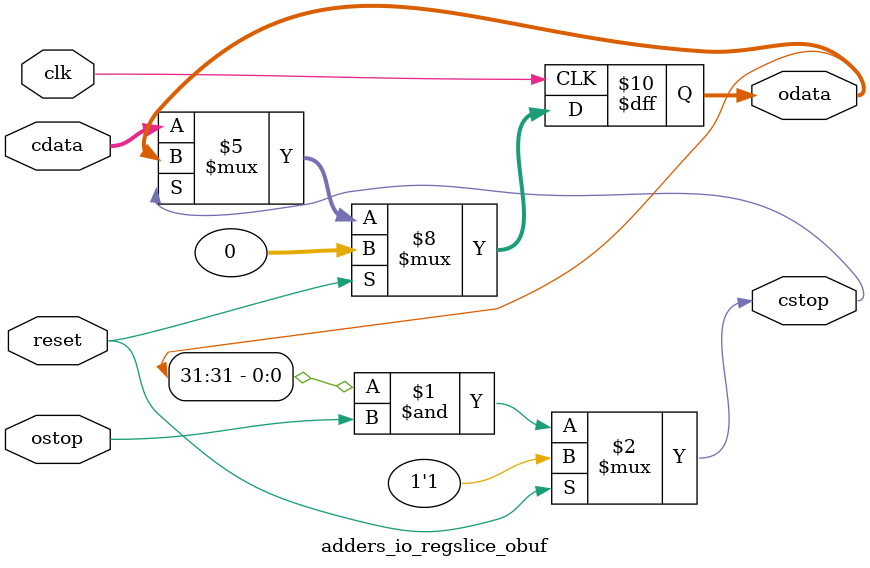
<source format=v>

`timescale 1ns/1ps

module adders_io_regslice_forward
#(parameter 
    DataWidth=32
)(
    input ap_clk ,
    input ap_rst,

    input [DataWidth-1:0] data_in , 
    input vld_in , 
    output ack_in ,
    output [DataWidth-1:0] data_out, 
    output vld_out,
    input ack_out,
    output apdone_blk
);
 
localparam W = DataWidth+1;

wire [W-1:0] cdata;
wire cstop;
wire [W-1:0] idata;
wire istop;
wire [W-1:0] odata;
wire ostop;

adders_io_regslice_obuf #(
  .W(W)
)
regslice_obuf_inst(
  .clk(ap_clk),
  .reset(ap_rst),
  .cdata(idata),
  .cstop(istop),
  .odata(odata),
  .ostop(ostop)
);

assign idata = {vld_in, data_in};
assign ack_in = ~istop;

assign vld_out = odata[W-1];
assign data_out = odata[W-2:0];
assign ostop = ~ack_out;

assign apdone_blk = ((ap_rst == 1'b0)&(1'b0 == ack_out)&(1'b1 == vld_out));

endmodule //forward

module adders_io_regslice_forward_w1
#(parameter 
    DataWidth=1
)(
    input ap_clk ,
    input ap_rst,

    input data_in , 
    input vld_in , 
    output ack_in ,
    output data_out, 
    output vld_out,
    input ack_out,
    output apdone_blk
);
 
localparam W = 2;

wire [W-1:0] cdata;
wire cstop;
wire [W-1:0] idata;
wire istop;
wire [W-1:0] odata;
wire ostop;

adders_io_regslice_obuf #(
  .W(W)
)
regslice_obuf_inst(
  .clk(ap_clk),
  .reset(ap_rst),
  .cdata(idata),
  .cstop(istop),
  .odata(odata),
  .ostop(ostop)
);

assign idata = {vld_in, data_in};
assign ack_in = ~istop;

assign vld_out = odata[W-1];
assign data_out = odata[W-2:0];
assign ostop = ~ack_out;

assign apdone_blk = ((ap_rst == 1'b0)&(1'b0 == ack_out)&(1'b1 == vld_out));

endmodule //forward


module adders_io_regslice_obuf
#(
    parameter W=32
)(
    input clk ,
    input reset,
    input [W-1:0] cdata ,
    output cstop ,
    output reg [W-1:0] odata,
    input ostop 
);

// Stop the core when buffer full and output not ready
assign cstop = reset? 1'b1 : (odata[W-1] & ostop);
 
always @(posedge clk)
    if(reset)
        odata <= {1'b0, {{W-1}{1'b0}}};
    else
        if (!cstop) begin// Can we accept more data?
            odata <= cdata; // Yes: load the buffer
        end

endmodule

    

</source>
